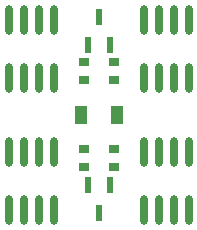
<source format=gtp>
G04*
G04 #@! TF.GenerationSoftware,Altium Limited,Altium Designer,21.6.1 (37)*
G04*
G04 Layer_Color=8421504*
%FSLAX25Y25*%
%MOIN*%
G70*
G04*
G04 #@! TF.SameCoordinates,6932302D-1246-4337-B808-B0F653D0E11F*
G04*
G04*
G04 #@! TF.FilePolarity,Positive*
G04*
G01*
G75*
%ADD18R,0.04016X0.06496*%
%ADD19R,0.02362X0.05709*%
%ADD20O,0.02756X0.09843*%
%ADD21R,0.03543X0.02756*%
D18*
X167790Y127024D02*
D03*
X155822Y127024D02*
D03*
D19*
X161806Y94398D02*
D03*
X158066Y103650D02*
D03*
X165546Y103650D02*
D03*
X161806Y159650D02*
D03*
X165547Y150398D02*
D03*
X158066Y150398D02*
D03*
D20*
X176806Y95378D02*
D03*
X181806Y95378D02*
D03*
X186806Y95378D02*
D03*
X191806Y95378D02*
D03*
X176806Y114669D02*
D03*
X181806Y114669D02*
D03*
X186806Y114669D02*
D03*
X191806Y114669D02*
D03*
X131806Y95378D02*
D03*
X136806Y95378D02*
D03*
X141806Y95378D02*
D03*
X146806Y95378D02*
D03*
X131806Y114669D02*
D03*
X136806Y114669D02*
D03*
X141806Y114669D02*
D03*
X146806Y114669D02*
D03*
X191806Y158669D02*
D03*
X186806Y158669D02*
D03*
X181806Y158669D02*
D03*
X176806Y158669D02*
D03*
X191806Y139378D02*
D03*
X186806Y139378D02*
D03*
X181806Y139378D02*
D03*
X176806Y139378D02*
D03*
X146806Y158669D02*
D03*
X141806Y158669D02*
D03*
X136806Y158669D02*
D03*
X131806Y158669D02*
D03*
X146806Y139378D02*
D03*
X141806Y139378D02*
D03*
X136806Y139378D02*
D03*
X131806Y139378D02*
D03*
D21*
X156806Y144476D02*
D03*
X156806Y138571D02*
D03*
X166806Y144476D02*
D03*
X166806Y138571D02*
D03*
X156806Y115476D02*
D03*
X156806Y109571D02*
D03*
X166806Y115476D02*
D03*
X166806Y109571D02*
D03*
M02*

</source>
